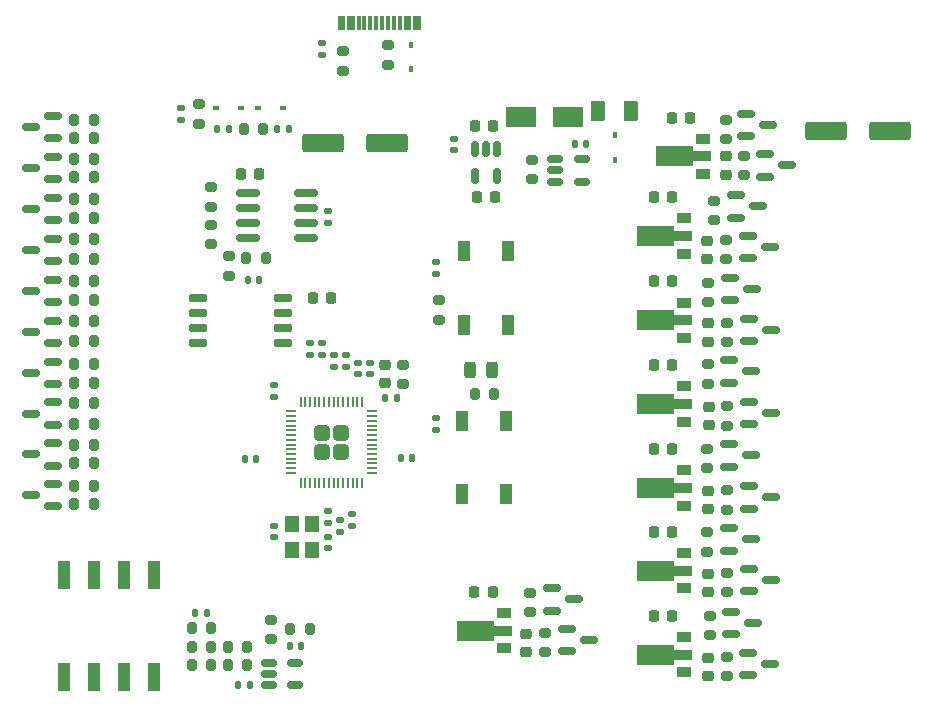
<source format=gtp>
%TF.GenerationSoftware,KiCad,Pcbnew,6.0.11+dfsg-1~bpo11+1*%
%TF.CreationDate,2023-10-22T15:16:06+02:00*%
%TF.ProjectId,Out_8x10,4f75745f-3878-4313-902e-6b696361645f,0.2.0*%
%TF.SameCoordinates,Original*%
%TF.FileFunction,Paste,Top*%
%TF.FilePolarity,Positive*%
%FSLAX46Y46*%
G04 Gerber Fmt 4.6, Leading zero omitted, Abs format (unit mm)*
G04 Created by KiCad (PCBNEW 6.0.11+dfsg-1~bpo11+1) date 2023-10-22 15:16:06*
%MOMM*%
%LPD*%
G01*
G04 APERTURE LIST*
G04 Aperture macros list*
%AMRoundRect*
0 Rectangle with rounded corners*
0 $1 Rounding radius*
0 $2 $3 $4 $5 $6 $7 $8 $9 X,Y pos of 4 corners*
0 Add a 4 corners polygon primitive as box body*
4,1,4,$2,$3,$4,$5,$6,$7,$8,$9,$2,$3,0*
0 Add four circle primitives for the rounded corners*
1,1,$1+$1,$2,$3*
1,1,$1+$1,$4,$5*
1,1,$1+$1,$6,$7*
1,1,$1+$1,$8,$9*
0 Add four rect primitives between the rounded corners*
20,1,$1+$1,$2,$3,$4,$5,0*
20,1,$1+$1,$4,$5,$6,$7,0*
20,1,$1+$1,$6,$7,$8,$9,0*
20,1,$1+$1,$8,$9,$2,$3,0*%
%AMFreePoly0*
4,1,9,3.862500,-0.866500,0.737500,-0.866500,0.737500,-0.450000,-0.737500,-0.450000,-0.737500,0.450000,0.737500,0.450000,0.737500,0.866500,3.862500,0.866500,3.862500,-0.866500,3.862500,-0.866500,$1*%
G04 Aperture macros list end*
%ADD10RoundRect,0.140000X-0.140000X-0.170000X0.140000X-0.170000X0.140000X0.170000X-0.140000X0.170000X0*%
%ADD11RoundRect,0.140000X0.170000X-0.140000X0.170000X0.140000X-0.170000X0.140000X-0.170000X-0.140000X0*%
%ADD12RoundRect,0.140000X-0.170000X0.140000X-0.170000X-0.140000X0.170000X-0.140000X0.170000X0.140000X0*%
%ADD13RoundRect,0.200000X0.200000X0.275000X-0.200000X0.275000X-0.200000X-0.275000X0.200000X-0.275000X0*%
%ADD14RoundRect,0.200000X-0.275000X0.200000X-0.275000X-0.200000X0.275000X-0.200000X0.275000X0.200000X0*%
%ADD15RoundRect,0.225000X0.225000X0.250000X-0.225000X0.250000X-0.225000X-0.250000X0.225000X-0.250000X0*%
%ADD16R,0.600000X0.450000*%
%ADD17RoundRect,0.150000X-0.587500X-0.150000X0.587500X-0.150000X0.587500X0.150000X-0.587500X0.150000X0*%
%ADD18RoundRect,0.150000X-0.512500X-0.150000X0.512500X-0.150000X0.512500X0.150000X-0.512500X0.150000X0*%
%ADD19RoundRect,0.200000X0.275000X-0.200000X0.275000X0.200000X-0.275000X0.200000X-0.275000X-0.200000X0*%
%ADD20RoundRect,0.250000X-1.500000X-0.550000X1.500000X-0.550000X1.500000X0.550000X-1.500000X0.550000X0*%
%ADD21R,1.300000X0.900000*%
%ADD22FreePoly0,180.000000*%
%ADD23RoundRect,0.150000X0.587500X0.150000X-0.587500X0.150000X-0.587500X-0.150000X0.587500X-0.150000X0*%
%ADD24RoundRect,0.150000X-0.150000X0.512500X-0.150000X-0.512500X0.150000X-0.512500X0.150000X0.512500X0*%
%ADD25RoundRect,0.200000X-0.200000X-0.275000X0.200000X-0.275000X0.200000X0.275000X-0.200000X0.275000X0*%
%ADD26RoundRect,0.135000X0.185000X-0.135000X0.185000X0.135000X-0.185000X0.135000X-0.185000X-0.135000X0*%
%ADD27RoundRect,0.225000X0.250000X-0.225000X0.250000X0.225000X-0.250000X0.225000X-0.250000X-0.225000X0*%
%ADD28R,2.500000X1.800000*%
%ADD29RoundRect,0.135000X0.135000X0.185000X-0.135000X0.185000X-0.135000X-0.185000X0.135000X-0.185000X0*%
%ADD30RoundRect,0.243750X0.243750X0.456250X-0.243750X0.456250X-0.243750X-0.456250X0.243750X-0.456250X0*%
%ADD31R,0.300000X1.150000*%
%ADD32RoundRect,0.140000X0.140000X0.170000X-0.140000X0.170000X-0.140000X-0.170000X0.140000X-0.170000X0*%
%ADD33RoundRect,0.135000X-0.185000X0.135000X-0.185000X-0.135000X0.185000X-0.135000X0.185000X0.135000X0*%
%ADD34RoundRect,0.135000X-0.135000X-0.185000X0.135000X-0.185000X0.135000X0.185000X-0.135000X0.185000X0*%
%ADD35R,1.100000X1.800000*%
%ADD36RoundRect,0.249999X-0.395001X-0.395001X0.395001X-0.395001X0.395001X0.395001X-0.395001X0.395001X0*%
%ADD37RoundRect,0.050000X-0.387500X-0.050000X0.387500X-0.050000X0.387500X0.050000X-0.387500X0.050000X0*%
%ADD38RoundRect,0.050000X-0.050000X-0.387500X0.050000X-0.387500X0.050000X0.387500X-0.050000X0.387500X0*%
%ADD39RoundRect,0.250000X-0.375000X-0.625000X0.375000X-0.625000X0.375000X0.625000X-0.375000X0.625000X0*%
%ADD40RoundRect,0.150000X-0.825000X-0.150000X0.825000X-0.150000X0.825000X0.150000X-0.825000X0.150000X0*%
%ADD41RoundRect,0.225000X-0.225000X-0.250000X0.225000X-0.250000X0.225000X0.250000X-0.225000X0.250000X0*%
%ADD42R,0.450000X0.600000*%
%ADD43R,1.120000X2.440000*%
%ADD44R,1.200000X1.400000*%
%ADD45RoundRect,0.150000X-0.650000X-0.150000X0.650000X-0.150000X0.650000X0.150000X-0.650000X0.150000X0*%
G04 APERTURE END LIST*
D10*
X151418000Y-89434000D03*
X152378000Y-89434000D03*
D11*
X145270000Y-97034000D03*
X145270000Y-96074000D03*
D12*
X155933600Y-62376800D03*
X155933600Y-63336800D03*
D13*
X125437400Y-64109600D03*
X123787400Y-64109600D03*
D14*
X150374000Y-54485000D03*
X150374000Y-56135000D03*
D15*
X174409400Y-102819200D03*
X172859400Y-102819200D03*
D16*
X135816000Y-59786000D03*
X137916000Y-59786000D03*
D17*
X179402500Y-102428000D03*
X179402500Y-104328000D03*
X181277500Y-103378000D03*
D18*
X164465000Y-64124800D03*
X164465000Y-65074800D03*
X164465000Y-66024800D03*
X166740000Y-66024800D03*
X166740000Y-64124800D03*
D19*
X154692000Y-77725000D03*
X154692000Y-76075000D03*
X162356800Y-102475800D03*
X162356800Y-100825800D03*
D20*
X144874000Y-62738000D03*
X150274000Y-62738000D03*
D11*
X143746000Y-80682000D03*
X143746000Y-79722000D03*
D21*
X175436800Y-86336000D03*
D22*
X175349300Y-84836000D03*
D21*
X175436800Y-83336000D03*
D19*
X178956000Y-72605400D03*
X178956000Y-70955400D03*
D15*
X159401000Y-67310000D03*
X157851000Y-67310000D03*
D23*
X121993900Y-65821600D03*
X121993900Y-63921600D03*
X120118900Y-64871600D03*
D19*
X179019200Y-93789000D03*
X179019200Y-92139000D03*
D17*
X179250100Y-88254800D03*
X179250100Y-90154800D03*
X181125100Y-89204800D03*
D24*
X159598400Y-63276900D03*
X158648400Y-63276900D03*
X157698400Y-63276900D03*
X157698400Y-65551900D03*
X159598400Y-65551900D03*
D25*
X136792200Y-106934000D03*
X138442200Y-106934000D03*
D13*
X125439700Y-89875400D03*
X123789700Y-89875400D03*
D17*
X179796500Y-67172800D03*
X179796500Y-69072800D03*
X181671500Y-68122800D03*
D26*
X145294000Y-94951000D03*
X145294000Y-93931000D03*
D25*
X133732000Y-105410000D03*
X135382000Y-105410000D03*
D12*
X144786000Y-54322000D03*
X144786000Y-55282000D03*
D17*
X180824900Y-70627200D03*
X180824900Y-72527200D03*
X182699900Y-71577200D03*
D21*
X175436800Y-100458400D03*
D22*
X175349300Y-98958400D03*
D21*
X175436800Y-97458400D03*
D15*
X174409400Y-88696800D03*
X172859400Y-88696800D03*
D14*
X134326000Y-59469000D03*
X134326000Y-61119000D03*
D12*
X145294000Y-68546000D03*
X145294000Y-69506000D03*
D27*
X162052000Y-105829400D03*
X162052000Y-104279400D03*
D28*
X165576000Y-60579000D03*
X161576000Y-60579000D03*
D27*
X178943000Y-65418000D03*
X178943000Y-63868000D03*
X150096000Y-83080000D03*
X150096000Y-81530000D03*
D17*
X180875700Y-98821200D03*
X180875700Y-100721200D03*
X182750700Y-99771200D03*
D16*
X139372000Y-59786000D03*
X141472000Y-59786000D03*
D17*
X180926500Y-91810800D03*
X180926500Y-93710800D03*
X182801500Y-92760800D03*
D29*
X138635200Y-108661200D03*
X137615200Y-108661200D03*
D12*
X132802000Y-59814000D03*
X132802000Y-60774000D03*
D30*
X159185500Y-81980000D03*
X157310500Y-81980000D03*
D31*
X152962000Y-52630000D03*
X152162000Y-52630000D03*
X150862000Y-52630000D03*
X149862000Y-52630000D03*
X149362000Y-52630000D03*
X148362000Y-52630000D03*
X147062000Y-52630000D03*
X146262000Y-52630000D03*
X146562000Y-52630000D03*
X147362000Y-52630000D03*
X147862000Y-52630000D03*
X148862000Y-52630000D03*
X150362000Y-52630000D03*
X151362000Y-52630000D03*
X151862000Y-52630000D03*
X152662000Y-52630000D03*
D13*
X125437400Y-62331600D03*
X123787400Y-62331600D03*
D21*
X177037000Y-65381000D03*
D22*
X176949500Y-63881000D03*
D21*
X177037000Y-62381000D03*
D13*
X125437400Y-91795600D03*
X123787400Y-91795600D03*
D15*
X139459000Y-65379600D03*
X137909000Y-65379600D03*
D27*
X177342800Y-72555400D03*
X177342800Y-71005400D03*
D25*
X157677000Y-84012000D03*
X159327000Y-84012000D03*
D18*
X140238900Y-106746000D03*
X140238900Y-107696000D03*
X140238900Y-108646000D03*
X142513900Y-108646000D03*
X142513900Y-106746000D03*
D19*
X177393600Y-97345000D03*
X177393600Y-95695000D03*
D21*
X175436800Y-107570400D03*
D22*
X175349300Y-106070400D03*
D21*
X175436800Y-104570400D03*
D19*
X163626800Y-105879400D03*
X163626800Y-104229400D03*
D17*
X165534100Y-103901200D03*
X165534100Y-105801200D03*
X167409100Y-104851200D03*
D13*
X125439700Y-84770000D03*
X123789700Y-84770000D03*
D32*
X167112000Y-62839600D03*
X166152000Y-62839600D03*
D13*
X125437400Y-65633600D03*
X123787400Y-65633600D03*
D19*
X179070000Y-86677000D03*
X179070000Y-85027000D03*
D15*
X159207200Y-100736400D03*
X157657200Y-100736400D03*
D33*
X154438000Y-72834000D03*
X154438000Y-73854000D03*
D32*
X143024800Y-105359200D03*
X142064800Y-105359200D03*
D13*
X125437400Y-79512200D03*
X123787400Y-79512200D03*
D17*
X179300900Y-74183200D03*
X179300900Y-76083200D03*
X181175900Y-75133200D03*
D19*
X178943000Y-62420000D03*
X178943000Y-60770000D03*
X140411200Y-104761800D03*
X140411200Y-103111800D03*
D13*
X143725400Y-103886000D03*
X142075400Y-103886000D03*
D23*
X121993900Y-72755800D03*
X121993900Y-70855800D03*
X120118900Y-71805800D03*
D13*
X125439700Y-81442600D03*
X123789700Y-81442600D03*
D17*
X180875700Y-77637600D03*
X180875700Y-79537600D03*
X182750700Y-78587600D03*
D13*
X140017000Y-72517000D03*
X138367000Y-72517000D03*
D29*
X136868000Y-61564000D03*
X135848000Y-61564000D03*
D15*
X174409400Y-95707200D03*
X172859400Y-95707200D03*
D17*
X164213300Y-100446800D03*
X164213300Y-102346800D03*
X166088300Y-101396800D03*
D13*
X125439700Y-88351400D03*
X123789700Y-88351400D03*
D15*
X174409400Y-74472800D03*
X172859400Y-74472800D03*
D13*
X139769000Y-61564000D03*
X138119000Y-61564000D03*
D14*
X135382000Y-66485000D03*
X135382000Y-68135000D03*
D21*
X160196800Y-105538400D03*
D22*
X160109300Y-104038400D03*
D21*
X160196800Y-102538400D03*
D19*
X177596800Y-104406200D03*
X177596800Y-102756200D03*
D13*
X125437400Y-74396600D03*
X123787400Y-74396600D03*
D34*
X134008400Y-102514400D03*
X135028400Y-102514400D03*
D35*
X160352000Y-86246000D03*
X160352000Y-92446000D03*
X156652000Y-86246000D03*
X156652000Y-92446000D03*
D36*
X146348000Y-88876000D03*
X144748000Y-88876000D03*
X144748000Y-87276000D03*
X146348000Y-87276000D03*
D37*
X142110500Y-85476000D03*
X142110500Y-85876000D03*
X142110500Y-86276000D03*
X142110500Y-86676000D03*
X142110500Y-87076000D03*
X142110500Y-87476000D03*
X142110500Y-87876000D03*
X142110500Y-88276000D03*
X142110500Y-88676000D03*
X142110500Y-89076000D03*
X142110500Y-89476000D03*
X142110500Y-89876000D03*
X142110500Y-90276000D03*
X142110500Y-90676000D03*
D38*
X142948000Y-91513500D03*
X143348000Y-91513500D03*
X143748000Y-91513500D03*
X144148000Y-91513500D03*
X144548000Y-91513500D03*
X144948000Y-91513500D03*
X145348000Y-91513500D03*
X145748000Y-91513500D03*
X146148000Y-91513500D03*
X146548000Y-91513500D03*
X146948000Y-91513500D03*
X147348000Y-91513500D03*
X147748000Y-91513500D03*
X148148000Y-91513500D03*
D37*
X148985500Y-90676000D03*
X148985500Y-90276000D03*
X148985500Y-89876000D03*
X148985500Y-89476000D03*
X148985500Y-89076000D03*
X148985500Y-88676000D03*
X148985500Y-88276000D03*
X148985500Y-87876000D03*
X148985500Y-87476000D03*
X148985500Y-87076000D03*
X148985500Y-86676000D03*
X148985500Y-86276000D03*
X148985500Y-85876000D03*
X148985500Y-85476000D03*
D38*
X148148000Y-84638500D03*
X147748000Y-84638500D03*
X147348000Y-84638500D03*
X146948000Y-84638500D03*
X146548000Y-84638500D03*
X146148000Y-84638500D03*
X145748000Y-84638500D03*
X145348000Y-84638500D03*
X144948000Y-84638500D03*
X144548000Y-84638500D03*
X144148000Y-84638500D03*
X143748000Y-84638500D03*
X143348000Y-84638500D03*
X142948000Y-84638500D03*
D39*
X168145000Y-60071000D03*
X170945000Y-60071000D03*
D19*
X136906000Y-73977000D03*
X136906000Y-72327000D03*
D15*
X159261000Y-61341000D03*
X157711000Y-61341000D03*
D14*
X162560000Y-64148200D03*
X162560000Y-65798200D03*
D33*
X146794000Y-80677000D03*
X146794000Y-81697000D03*
D40*
X138495000Y-66979800D03*
X138495000Y-68249800D03*
X138495000Y-69519800D03*
X138495000Y-70789800D03*
X143445000Y-70789800D03*
X143445000Y-69519800D03*
X143445000Y-68249800D03*
X143445000Y-66979800D03*
D19*
X179019200Y-100799400D03*
X179019200Y-99149400D03*
D25*
X133732000Y-103835200D03*
X135382000Y-103835200D03*
D15*
X175933400Y-60604400D03*
X174383400Y-60604400D03*
D12*
X147326000Y-94180000D03*
X147326000Y-95140000D03*
D27*
X177444400Y-107861400D03*
X177444400Y-106311400D03*
D17*
X179250100Y-81142800D03*
X179250100Y-83042800D03*
X181125100Y-82092800D03*
D13*
X125437400Y-72567800D03*
X123787400Y-72567800D03*
D17*
X179250100Y-95366800D03*
X179250100Y-97266800D03*
X181125100Y-96316800D03*
D23*
X121993900Y-76235600D03*
X121993900Y-74335600D03*
X120118900Y-75285600D03*
D41*
X144011000Y-75884000D03*
X145561000Y-75884000D03*
D23*
X121993900Y-79700200D03*
X121993900Y-77800200D03*
X120118900Y-78750200D03*
D13*
X125437400Y-70916800D03*
X123787400Y-70916800D03*
D35*
X160480000Y-71926000D03*
X160480000Y-78126000D03*
X156780000Y-78126000D03*
X156780000Y-71926000D03*
D13*
X125439700Y-83093600D03*
X123789700Y-83093600D03*
D23*
X121996200Y-90063400D03*
X121996200Y-88163400D03*
X120121200Y-89113400D03*
X121996200Y-86609000D03*
X121996200Y-84709000D03*
X120121200Y-85659000D03*
D32*
X139424000Y-74360000D03*
X138464000Y-74360000D03*
D19*
X179019200Y-79615800D03*
X179019200Y-77965800D03*
D25*
X136780000Y-105410000D03*
X138430000Y-105410000D03*
D17*
X180824900Y-105933200D03*
X180824900Y-107833200D03*
X182699900Y-106883200D03*
X180926500Y-84648000D03*
X180926500Y-86548000D03*
X182801500Y-85598000D03*
D23*
X121993900Y-93507600D03*
X121993900Y-91607600D03*
X120118900Y-92557600D03*
D13*
X125437400Y-76047600D03*
X123787400Y-76047600D03*
D33*
X145778000Y-80677000D03*
X145778000Y-81697000D03*
D42*
X152332000Y-56510000D03*
X152332000Y-54410000D03*
D13*
X125437400Y-93319600D03*
X123787400Y-93319600D03*
D23*
X121993900Y-69301400D03*
X121993900Y-67401400D03*
X120118900Y-68351400D03*
D11*
X147824000Y-82302000D03*
X147824000Y-81342000D03*
D23*
X121996200Y-83154600D03*
X121996200Y-81254600D03*
X120121200Y-82204600D03*
D19*
X179019200Y-107911400D03*
X179019200Y-106261400D03*
D20*
X187419000Y-61722000D03*
X192819000Y-61722000D03*
D27*
X177444400Y-100749400D03*
X177444400Y-99199400D03*
D21*
X175436800Y-79274800D03*
D22*
X175349300Y-77774800D03*
D21*
X175436800Y-76274800D03*
D11*
X144762000Y-80682000D03*
X144762000Y-79722000D03*
D13*
X125437400Y-77861200D03*
X123787400Y-77861200D03*
D17*
X180672500Y-60264000D03*
X180672500Y-62164000D03*
X182547500Y-61214000D03*
D23*
X121993900Y-62341800D03*
X121993900Y-60441800D03*
X120118900Y-61391800D03*
D19*
X177940000Y-69278000D03*
X177940000Y-67628000D03*
D14*
X151620000Y-81505000D03*
X151620000Y-83155000D03*
D10*
X150124000Y-84370000D03*
X151084000Y-84370000D03*
D19*
X177444400Y-83121000D03*
X177444400Y-81471000D03*
D14*
X135382000Y-69685400D03*
X135382000Y-71335400D03*
D27*
X177444400Y-93739000D03*
X177444400Y-92189000D03*
D13*
X125437400Y-67462400D03*
X123787400Y-67462400D03*
D26*
X154432000Y-87062000D03*
X154432000Y-86042000D03*
D19*
X177444400Y-76212200D03*
X177444400Y-74562200D03*
D13*
X125437400Y-60807600D03*
X123787400Y-60807600D03*
D15*
X174409400Y-81584800D03*
X172859400Y-81584800D03*
D12*
X146310000Y-94708000D03*
X146310000Y-95668000D03*
D19*
X180467000Y-65468000D03*
X180467000Y-63818000D03*
D43*
X122885200Y-107937000D03*
X125425200Y-107937000D03*
X127965200Y-107937000D03*
X130505200Y-107937000D03*
X130505200Y-99327000D03*
X127965200Y-99327000D03*
X125425200Y-99327000D03*
X122885200Y-99327000D03*
D42*
X169545000Y-62069000D03*
X169545000Y-64169000D03*
D11*
X140698000Y-96148000D03*
X140698000Y-95188000D03*
D13*
X125439700Y-86548000D03*
X123789700Y-86548000D03*
D21*
X175399000Y-72112000D03*
D22*
X175311500Y-70612000D03*
D21*
X175399000Y-69112000D03*
D13*
X125437400Y-69113400D03*
X123787400Y-69113400D03*
D29*
X141948000Y-61564000D03*
X140928000Y-61564000D03*
D14*
X146564000Y-54993000D03*
X146564000Y-56643000D03*
D21*
X175436800Y-93448000D03*
D22*
X175349300Y-91948000D03*
D21*
X175436800Y-90448000D03*
D19*
X177393600Y-90283800D03*
X177393600Y-88633800D03*
D17*
X182247300Y-63693000D03*
X182247300Y-65593000D03*
X184122300Y-64643000D03*
D27*
X177444400Y-79565800D03*
X177444400Y-78015800D03*
D44*
X143898000Y-97177000D03*
X143898000Y-94977000D03*
X142198000Y-94977000D03*
X142198000Y-97177000D03*
D11*
X148826000Y-82302000D03*
X148826000Y-81342000D03*
D32*
X139178000Y-89473000D03*
X138218000Y-89473000D03*
D45*
X134304000Y-75853000D03*
X134304000Y-77123000D03*
X134304000Y-78393000D03*
X134304000Y-79663000D03*
X141504000Y-79663000D03*
X141504000Y-78393000D03*
X141504000Y-77123000D03*
X141504000Y-75853000D03*
D11*
X140722000Y-84238000D03*
X140722000Y-83278000D03*
D27*
X177495200Y-86627000D03*
X177495200Y-85077000D03*
D25*
X133744200Y-106934000D03*
X135394200Y-106934000D03*
D15*
X174397000Y-67360800D03*
X172847000Y-67360800D03*
M02*

</source>
